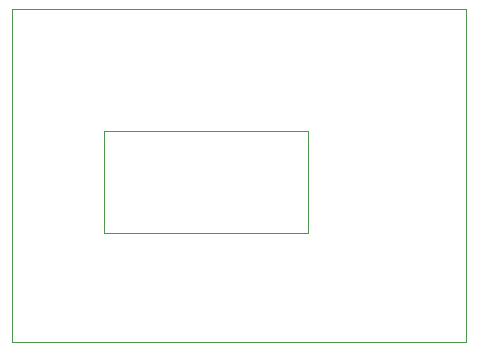
<source format=gbr>
%TF.GenerationSoftware,KiCad,Pcbnew,9.0.5*%
%TF.CreationDate,2025-10-14T06:31:36+02:00*%
%TF.ProjectId,PCB_Mouse,5043425f-4d6f-4757-9365-2e6b69636164,rev?*%
%TF.SameCoordinates,Original*%
%TF.FileFunction,Profile,NP*%
%FSLAX46Y46*%
G04 Gerber Fmt 4.6, Leading zero omitted, Abs format (unit mm)*
G04 Created by KiCad (PCBNEW 9.0.5) date 2025-10-14 06:31:36*
%MOMM*%
%LPD*%
G01*
G04 APERTURE LIST*
%TA.AperFunction,Profile*%
%ADD10C,0.050000*%
%TD*%
G04 APERTURE END LIST*
D10*
X84400000Y-85320000D02*
X122850000Y-85320000D01*
X122850000Y-113580000D01*
X84400000Y-113580000D01*
X84400000Y-85320000D01*
%TO.C,U1*%
X92195000Y-95700000D02*
X109455000Y-95700000D01*
X109455000Y-104300000D01*
X92195000Y-104300000D01*
X92195000Y-95700000D01*
%TD*%
M02*

</source>
